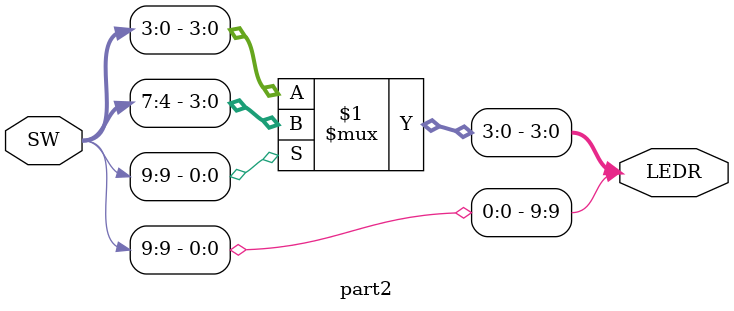
<source format=v>
module part2(input[17:0] SW, output[17:0] LEDR);
	assign LEDR[9]=SW[9];
	assign LEDR[3:0]=SW[9]?SW[7:4]:SW[3:0];
endmodule

</source>
